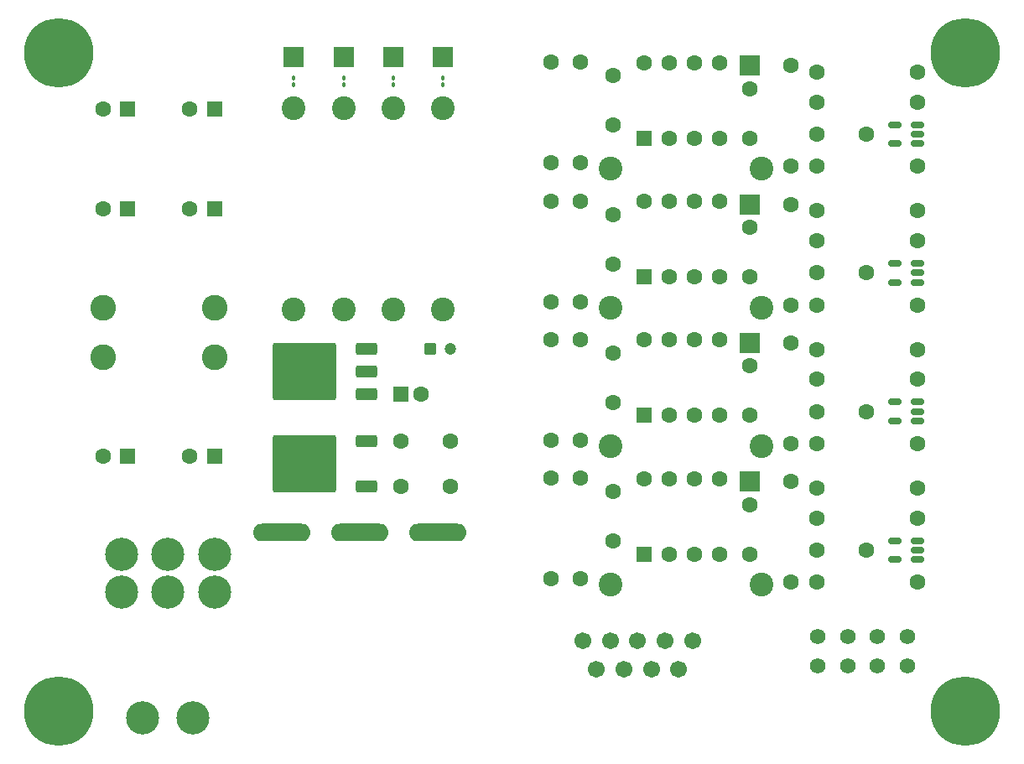
<source format=gbr>
%TF.GenerationSoftware,KiCad,Pcbnew,9.0.3*%
%TF.CreationDate,2025-07-27T17:23:19-07:00*%
%TF.ProjectId,bfieldsmaller,62666965-6c64-4736-9d61-6c6c65722e6b,rev?*%
%TF.SameCoordinates,Original*%
%TF.FileFunction,Soldermask,Top*%
%TF.FilePolarity,Negative*%
%FSLAX46Y46*%
G04 Gerber Fmt 4.6, Leading zero omitted, Abs format (unit mm)*
G04 Created by KiCad (PCBNEW 9.0.3) date 2025-07-27 17:23:19*
%MOMM*%
%LPD*%
G01*
G04 APERTURE LIST*
G04 Aperture macros list*
%AMRoundRect*
0 Rectangle with rounded corners*
0 $1 Rounding radius*
0 $2 $3 $4 $5 $6 $7 $8 $9 X,Y pos of 4 corners*
0 Add a 4 corners polygon primitive as box body*
4,1,4,$2,$3,$4,$5,$6,$7,$8,$9,$2,$3,0*
0 Add four circle primitives for the rounded corners*
1,1,$1+$1,$2,$3*
1,1,$1+$1,$4,$5*
1,1,$1+$1,$6,$7*
1,1,$1+$1,$8,$9*
0 Add four rect primitives between the rounded corners*
20,1,$1+$1,$2,$3,$4,$5,0*
20,1,$1+$1,$4,$5,$6,$7,0*
20,1,$1+$1,$6,$7,$8,$9,0*
20,1,$1+$1,$8,$9,$2,$3,0*%
G04 Aperture macros list end*
%ADD10C,1.574800*%
%ADD11RoundRect,0.250000X0.550000X-0.550000X0.550000X0.550000X-0.550000X0.550000X-0.550000X-0.550000X0*%
%ADD12C,1.600000*%
%ADD13RoundRect,0.150000X0.512500X0.150000X-0.512500X0.150000X-0.512500X-0.150000X0.512500X-0.150000X0*%
%ADD14C,2.400000*%
%ADD15C,7.000000*%
%ADD16RoundRect,0.250000X0.850000X0.350000X-0.850000X0.350000X-0.850000X-0.350000X0.850000X-0.350000X0*%
%ADD17RoundRect,0.249997X2.950003X2.650003X-2.950003X2.650003X-2.950003X-2.650003X2.950003X-2.650003X0*%
%ADD18RoundRect,0.250000X-0.350000X-0.350000X0.350000X-0.350000X0.350000X0.350000X-0.350000X0.350000X0*%
%ADD19C,1.200000*%
%ADD20RoundRect,0.250000X-0.550000X-0.550000X0.550000X-0.550000X0.550000X0.550000X-0.550000X0.550000X0*%
%ADD21C,2.600000*%
%ADD22RoundRect,0.250000X0.550000X0.550000X-0.550000X0.550000X-0.550000X-0.550000X0.550000X-0.550000X0*%
%ADD23R,2.000000X2.000000*%
%ADD24RoundRect,0.100000X-0.100000X0.130000X-0.100000X-0.130000X0.100000X-0.130000X0.100000X0.130000X0*%
%ADD25O,5.842000X1.778000*%
%ADD26RoundRect,0.100000X0.100000X-0.130000X0.100000X0.130000X-0.100000X0.130000X-0.100000X-0.130000X0*%
%ADD27C,3.350000*%
%ADD28C,1.701800*%
G04 APERTURE END LIST*
D10*
%TO.C,J2*%
X180854901Y-141197100D03*
X183854900Y-141197100D03*
X186854899Y-141197100D03*
X189854898Y-141197100D03*
X180854901Y-138197101D03*
X183854900Y-138197101D03*
X186854899Y-138197101D03*
X189854898Y-138197101D03*
%TD*%
D11*
%TO.C,U1*%
X163350000Y-87895000D03*
D12*
X165890000Y-87895000D03*
X168430000Y-87895000D03*
X170970000Y-87895000D03*
X170970000Y-80275000D03*
X168430000Y-80275000D03*
X165890000Y-80275000D03*
X163350000Y-80275000D03*
%TD*%
D13*
%TO.C,U2*%
X188635000Y-88450000D03*
X188635000Y-86550000D03*
X190910000Y-86550000D03*
X190910000Y-87500000D03*
X190910000Y-88450000D03*
%TD*%
D12*
%TO.C,R17*%
X190910000Y-81250000D03*
X180750000Y-81250000D03*
%TD*%
D14*
%TO.C,R5*%
X175160000Y-91000000D03*
X159920000Y-91000000D03*
%TD*%
D12*
%TO.C,R25*%
X190910000Y-90750000D03*
X180750000Y-90750000D03*
%TD*%
%TO.C,R18*%
X180750000Y-84250000D03*
X190910000Y-84250000D03*
%TD*%
%TO.C,C12*%
X173970000Y-82895000D03*
X173970000Y-87895000D03*
%TD*%
%TO.C,R9*%
X156910000Y-80250000D03*
X156910000Y-90410000D03*
%TD*%
%TO.C,C13*%
X180750000Y-87500000D03*
X185750000Y-87500000D03*
%TD*%
%TO.C,R1*%
X153910000Y-90410000D03*
X153910000Y-80250000D03*
%TD*%
%TO.C,C11*%
X160160000Y-81590000D03*
X160160000Y-86590000D03*
%TD*%
%TO.C,R13*%
X178160000Y-80590000D03*
X178160000Y-90750000D03*
%TD*%
D15*
%TO.C,H1*%
X104250000Y-79250000D03*
%TD*%
%TO.C,H2*%
X195750000Y-79250000D03*
%TD*%
%TO.C,H3*%
X104250000Y-145750000D03*
%TD*%
%TO.C,H4*%
X195750000Y-145750000D03*
%TD*%
D16*
%TO.C,U10*%
X135290000Y-113750000D03*
X135290000Y-111470000D03*
D17*
X128990000Y-111470000D03*
D16*
X135290000Y-109190000D03*
%TD*%
D18*
%TO.C,C10*%
X141750000Y-109190000D03*
D19*
X143750000Y-109190000D03*
%TD*%
D12*
%TO.C,C9*%
X140750000Y-113750000D03*
D20*
X138750000Y-113750000D03*
%TD*%
D16*
%TO.C,U9*%
X135290000Y-118500000D03*
D17*
X128990000Y-120780000D03*
D16*
X135290000Y-123060000D03*
%TD*%
D12*
%TO.C,C7*%
X143750000Y-123060000D03*
X138750000Y-123060000D03*
%TD*%
%TO.C,C8*%
X143750000Y-118500000D03*
X138750000Y-118500000D03*
%TD*%
D14*
%TO.C,R31*%
X138000000Y-105160000D03*
X138000000Y-84840000D03*
%TD*%
%TO.C,R29*%
X127960000Y-105160000D03*
X127960000Y-84840000D03*
%TD*%
%TO.C,R30*%
X133000000Y-105160000D03*
X133000000Y-84840000D03*
%TD*%
%TO.C,R32*%
X143000000Y-105160000D03*
X143000000Y-84840000D03*
%TD*%
D21*
%TO.C,L2*%
X119932380Y-105000000D03*
X119932380Y-110000000D03*
%TD*%
%TO.C,L1*%
X108682380Y-110000000D03*
X108682380Y-105000000D03*
%TD*%
D22*
%TO.C,C5*%
X111182380Y-95000000D03*
D12*
X108682380Y-95000000D03*
%TD*%
D22*
%TO.C,C2*%
X119932380Y-95000000D03*
D12*
X117432380Y-95000000D03*
%TD*%
D22*
%TO.C,C3*%
X119932380Y-85000000D03*
D12*
X117432380Y-85000000D03*
%TD*%
D23*
%TO.C,TP2*%
X173970000Y-94590000D03*
%TD*%
%TO.C,TP3*%
X173970000Y-108590000D03*
%TD*%
%TO.C,TP4*%
X173970000Y-122590000D03*
%TD*%
%TO.C,TP1*%
X173970000Y-80590000D03*
%TD*%
D12*
%TO.C,R24*%
X180750000Y-126250000D03*
X190910000Y-126250000D03*
%TD*%
%TO.C,R4*%
X153910000Y-132410000D03*
X153910000Y-122250000D03*
%TD*%
%TO.C,R28*%
X190910000Y-132750000D03*
X180750000Y-132750000D03*
%TD*%
%TO.C,U7*%
X163350000Y-122275000D03*
X165890000Y-122275000D03*
X168430000Y-122275000D03*
X170970000Y-122275000D03*
X170970000Y-129895000D03*
X168430000Y-129895000D03*
X165890000Y-129895000D03*
D11*
X163350000Y-129895000D03*
%TD*%
D12*
%TO.C,R16*%
X178160000Y-132750000D03*
X178160000Y-122590000D03*
%TD*%
%TO.C,C21*%
X173970000Y-124895000D03*
X173970000Y-129895000D03*
%TD*%
%TO.C,R12*%
X156910000Y-122250000D03*
X156910000Y-132410000D03*
%TD*%
D14*
%TO.C,R8*%
X175160000Y-133000000D03*
X159920000Y-133000000D03*
%TD*%
D12*
%TO.C,R23*%
X190910000Y-123250000D03*
X180750000Y-123250000D03*
%TD*%
%TO.C,C20*%
X160160000Y-123590000D03*
X160160000Y-128590000D03*
%TD*%
D13*
%TO.C,U8*%
X188635000Y-130450000D03*
X188635000Y-128550000D03*
X190910000Y-128550000D03*
X190910000Y-129500000D03*
X190910000Y-130450000D03*
%TD*%
D12*
%TO.C,C22*%
X185750000Y-129500000D03*
X180750000Y-129500000D03*
%TD*%
D14*
%TO.C,R6*%
X159920000Y-105000000D03*
X175160000Y-105000000D03*
%TD*%
D12*
%TO.C,C16*%
X180750000Y-101500000D03*
X185750000Y-101500000D03*
%TD*%
%TO.C,R20*%
X180750000Y-98250000D03*
X190910000Y-98250000D03*
%TD*%
%TO.C,R10*%
X156910000Y-104410000D03*
X156910000Y-94250000D03*
%TD*%
%TO.C,C14*%
X160160000Y-95590000D03*
X160160000Y-100590000D03*
%TD*%
%TO.C,R2*%
X153910000Y-94250000D03*
X153910000Y-104410000D03*
%TD*%
D11*
%TO.C,U3*%
X163350000Y-101895000D03*
D12*
X165890000Y-101895000D03*
X168430000Y-101895000D03*
X170970000Y-101895000D03*
X170970000Y-94275000D03*
X168430000Y-94275000D03*
X165890000Y-94275000D03*
X163350000Y-94275000D03*
%TD*%
D13*
%TO.C,U4*%
X190910000Y-102450000D03*
X190910000Y-101500000D03*
X190910000Y-100550000D03*
X188635000Y-100550000D03*
X188635000Y-102450000D03*
%TD*%
D12*
%TO.C,C15*%
X173970000Y-101895000D03*
X173970000Y-96895000D03*
%TD*%
%TO.C,R19*%
X180750000Y-95250000D03*
X190910000Y-95250000D03*
%TD*%
%TO.C,R26*%
X180750000Y-104750000D03*
X190910000Y-104750000D03*
%TD*%
%TO.C,R14*%
X178160000Y-94590000D03*
X178160000Y-104750000D03*
%TD*%
%TO.C,R27*%
X190910000Y-118750000D03*
X180750000Y-118750000D03*
%TD*%
%TO.C,R22*%
X190910000Y-112250000D03*
X180750000Y-112250000D03*
%TD*%
D14*
%TO.C,R7*%
X159920000Y-119000000D03*
X175160000Y-119000000D03*
%TD*%
D12*
%TO.C,C17*%
X160160000Y-114590000D03*
X160160000Y-109590000D03*
%TD*%
D13*
%TO.C,U6*%
X190910000Y-116450000D03*
X190910000Y-115500000D03*
X190910000Y-114550000D03*
X188635000Y-114550000D03*
X188635000Y-116450000D03*
%TD*%
D12*
%TO.C,R15*%
X178160000Y-118750000D03*
X178160000Y-108590000D03*
%TD*%
%TO.C,C18*%
X173970000Y-115895000D03*
X173970000Y-110895000D03*
%TD*%
%TO.C,R3*%
X153910000Y-108250000D03*
X153910000Y-118410000D03*
%TD*%
%TO.C,R21*%
X190910000Y-109250000D03*
X180750000Y-109250000D03*
%TD*%
%TO.C,U5*%
X163350000Y-108275000D03*
X165890000Y-108275000D03*
X168430000Y-108275000D03*
X170970000Y-108275000D03*
X170970000Y-115895000D03*
X168430000Y-115895000D03*
X165890000Y-115895000D03*
D11*
X163350000Y-115895000D03*
%TD*%
D12*
%TO.C,C19*%
X185750000Y-115500000D03*
X180750000Y-115500000D03*
%TD*%
%TO.C,R11*%
X156910000Y-118410000D03*
X156910000Y-108250000D03*
%TD*%
D23*
%TO.C,TP5*%
X127960000Y-79750000D03*
%TD*%
%TO.C,TP8*%
X143000000Y-79750000D03*
%TD*%
D24*
%TO.C,D1*%
X127960000Y-82500000D03*
X127960000Y-81860000D03*
%TD*%
D12*
%TO.C,C4*%
X108682380Y-120000000D03*
D22*
X111182380Y-120000000D03*
%TD*%
D25*
%TO.C,U11*%
X126724000Y-127728500D03*
X134600000Y-127728500D03*
X142476000Y-127728500D03*
%TD*%
D26*
%TO.C,D2*%
X133000000Y-82500000D03*
X133000000Y-81860000D03*
%TD*%
D27*
%TO.C,SW2*%
X119940000Y-133765000D03*
X115250000Y-133765000D03*
X110560000Y-133765000D03*
X119940000Y-129955000D03*
X115250000Y-129955000D03*
X110560000Y-129955000D03*
X112710000Y-146465000D03*
X117790000Y-146465000D03*
%TD*%
D12*
%TO.C,C6*%
X108682380Y-85000000D03*
D22*
X111182380Y-85000000D03*
%TD*%
D12*
%TO.C,C1*%
X117432380Y-120000000D03*
D22*
X119932380Y-120000000D03*
%TD*%
D24*
%TO.C,D4*%
X143000000Y-82500000D03*
X143000000Y-81860000D03*
%TD*%
D23*
%TO.C,TP6*%
X133000000Y-79750000D03*
%TD*%
D24*
%TO.C,D3*%
X138000000Y-82500000D03*
X138000000Y-81860000D03*
%TD*%
D23*
%TO.C,TP7*%
X138000000Y-79750000D03*
%TD*%
D28*
%TO.C,J1*%
X168190100Y-138655200D03*
X165421500Y-138655200D03*
X162652900Y-138655200D03*
X159884300Y-138655200D03*
X157115700Y-138655200D03*
X166805800Y-141500000D03*
X164037200Y-141500000D03*
X161268600Y-141500000D03*
X158500000Y-141500000D03*
%TD*%
M02*

</source>
